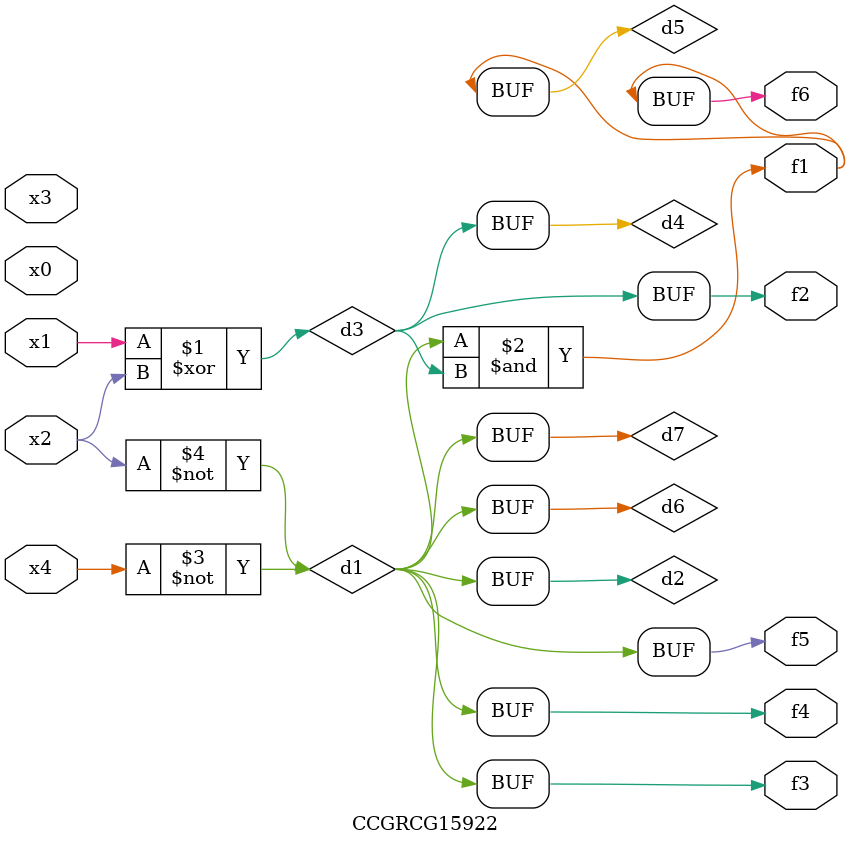
<source format=v>
module CCGRCG15922(
	input x0, x1, x2, x3, x4,
	output f1, f2, f3, f4, f5, f6
);

	wire d1, d2, d3, d4, d5, d6, d7;

	not (d1, x4);
	not (d2, x2);
	xor (d3, x1, x2);
	buf (d4, d3);
	and (d5, d1, d3);
	buf (d6, d1, d2);
	buf (d7, d2);
	assign f1 = d5;
	assign f2 = d4;
	assign f3 = d7;
	assign f4 = d7;
	assign f5 = d7;
	assign f6 = d5;
endmodule

</source>
